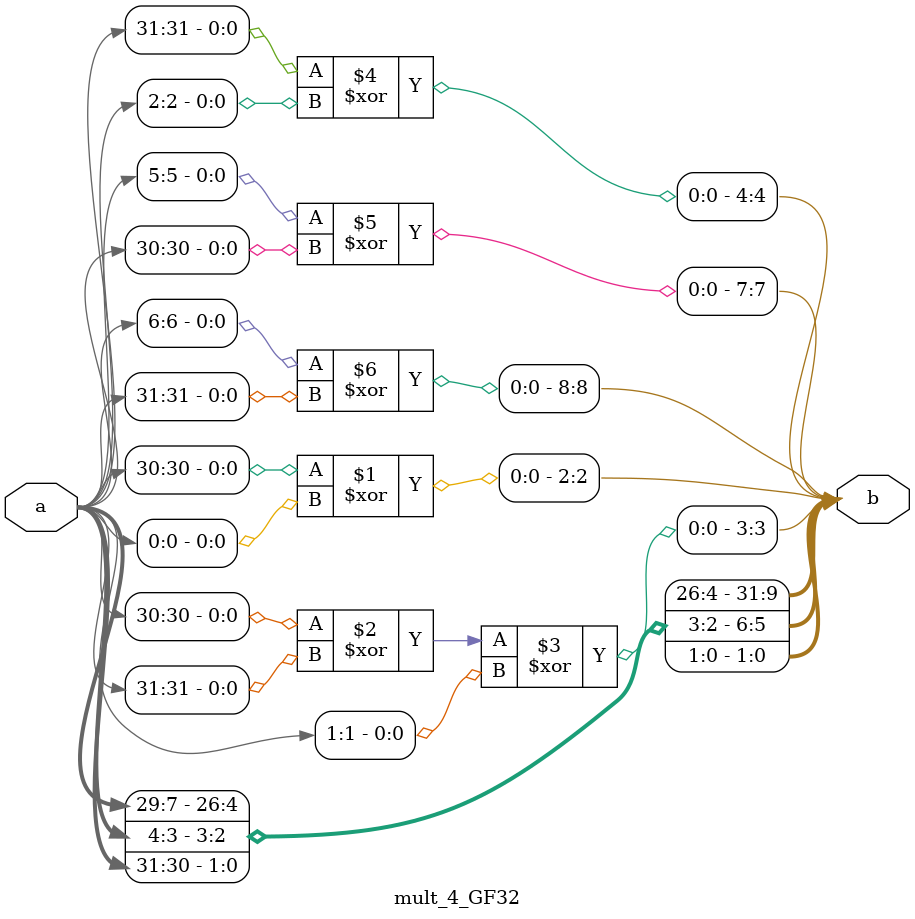
<source format=v>
module mult_4_GF32(
    input [31:0] a,
    output wire [31:0] b
    );
    
    assign b[0] = a[30];
    assign b[1] = a[31];
    assign b[2] = a[30] ^ a[0];
    assign b[3] = a[30] ^ a[31] ^ a[1];
    assign b[4] = a[31] ^ a[2];
    assign b[6:5] = a[4:3];
    assign b[7] = a[5] ^ a[30];
    assign b[8] = a[6] ^ a[31];
    assign b[31:9] = a[29:7];
    
endmodule
</source>
